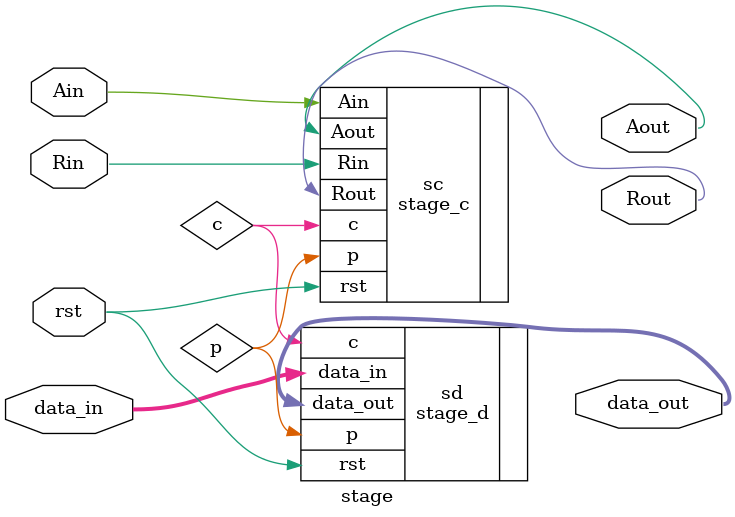
<source format=v>
module stage(rst,Ain,Aout,Rin,Rout,data_in,data_out);
    input rst;
    input Ain;
    input Rin;
    output Rout;
    output Aout;
    input [2:0] data_in;
    output [2:0] data_out;
    wire c,p;
    stage_c sc(
        .rst(rst),
        .Ain(Ain),
        .Aout(Aout),
        .Rin(Rin),
        .Rout(Rout),
        .c(c),
        .p(p)
    );
    
    stage_d sd(
        .rst(rst),
        .data_in(data_in),
        .data_out(data_out),
        .c(c),
        .p(p)
        );
endmodule

</source>
